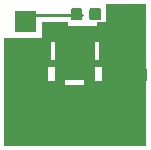
<source format=gbr>
G04 #@! TF.GenerationSoftware,KiCad,Pcbnew,(5.1.5-0-10_14)*
G04 #@! TF.CreationDate,2021-08-12T20:57:37-06:00*
G04 #@! TF.ProjectId,bias_T_launch,62696173-5f54-45f6-9c61-756e63682e6b,rev?*
G04 #@! TF.SameCoordinates,Original*
G04 #@! TF.FileFunction,Soldermask,Top*
G04 #@! TF.FilePolarity,Negative*
%FSLAX46Y46*%
G04 Gerber Fmt 4.6, Leading zero omitted, Abs format (unit mm)*
G04 Created by KiCad (PCBNEW (5.1.5-0-10_14)) date 2021-08-12 20:57:37*
%MOMM*%
%LPD*%
G04 APERTURE LIST*
%ADD10C,0.150000*%
%ADD11C,0.254000*%
%ADD12C,0.100000*%
G04 APERTURE END LIST*
D10*
X200000Y5100000D02*
X-100000Y5100000D01*
D11*
X-3400000Y5100000D02*
X600000Y5100000D01*
D12*
G36*
X-863600Y-1333500D02*
G01*
X-1676400Y-1333500D01*
X-1676400Y-444500D01*
X-863600Y-444500D01*
X-863600Y-1333500D01*
G37*
G36*
X1676400Y-1333500D02*
G01*
X762000Y-1352550D01*
X762000Y-425450D01*
X1676400Y-444500D01*
X1676400Y-1333500D01*
G37*
G36*
X2819400Y3403600D02*
G01*
X1854200Y3403600D01*
X1854200Y4495800D01*
X2819400Y4495800D01*
X2819400Y3403600D01*
G37*
G36*
X2692400Y2787650D02*
G01*
X1676400Y2800350D01*
X1676400Y4146550D01*
X2692400Y4133850D01*
X2692400Y2787650D01*
G37*
G36*
X2832100Y4495800D02*
G01*
X2819400Y1295400D01*
X2032000Y1295400D01*
X2044700Y4495800D01*
X2832100Y4495800D01*
G37*
G36*
X2819400Y685800D02*
G01*
X1676400Y685800D01*
X1676400Y1295400D01*
X2819400Y1295400D01*
X2819400Y685800D01*
G37*
G36*
X2819400Y762000D02*
G01*
X2819400Y-609600D01*
X2286000Y-609600D01*
X2286000Y762000D01*
X2819400Y762000D01*
G37*
G36*
X-571500Y4521200D02*
G01*
X-596900Y2794000D01*
X-2044700Y2794000D01*
X-2019300Y4521200D01*
X-571500Y4521200D01*
G37*
G36*
X-2019300Y4495800D02*
G01*
X-2032000Y1295400D01*
X-2794000Y1295400D01*
X-2794000Y4495800D01*
X-2019300Y4495800D01*
G37*
G36*
X-1676400Y685800D02*
G01*
X-2794000Y685800D01*
X-2794000Y1301750D01*
X-1676400Y1289050D01*
X-1676400Y685800D01*
G37*
G36*
X-2286000Y762000D02*
G01*
X-2286000Y-635000D01*
X-2794000Y-635000D01*
X-2794000Y762000D01*
X-2286000Y762000D01*
G37*
G36*
X1193800Y-1524000D02*
G01*
X-1143000Y-1524000D01*
X-1143000Y-838200D01*
X1193800Y-838200D01*
X1193800Y-1524000D01*
G37*
G36*
X-863600Y-1524000D02*
G01*
X-2794000Y-1511300D01*
X-2794000Y-527050D01*
X-863600Y-539750D01*
X-863600Y-1524000D01*
G37*
G36*
X2819400Y-1498600D02*
G01*
X762000Y-1498600D01*
X762000Y-508000D01*
X2819400Y-508000D01*
X2819400Y-1498600D01*
G37*
G36*
X1676400Y-457200D02*
G01*
X-1676400Y-457200D01*
X-1676400Y4140200D01*
X1676400Y4140200D01*
X1676400Y-457200D01*
G37*
G36*
X6000000Y569699D02*
G01*
X6002402Y545313D01*
X6009515Y521864D01*
X6021066Y500253D01*
X6036611Y481311D01*
X6044700Y474673D01*
X6044700Y-474673D01*
X6036611Y-481311D01*
X6021066Y-500253D01*
X6009515Y-521864D01*
X6002402Y-545313D01*
X6000000Y-569699D01*
X6000000Y-6000000D01*
X-6000000Y-6000000D01*
X-6000000Y-734799D01*
X-6002402Y-710413D01*
X-6009515Y-686964D01*
X-6009800Y-686431D01*
X-6009800Y686431D01*
X-6009515Y686964D01*
X-6002402Y710413D01*
X-6000000Y734799D01*
X-6000000Y3100000D01*
X-2500000Y3100000D01*
X-2500000Y-1175001D01*
X-2497598Y-1199387D01*
X-2490485Y-1222836D01*
X-2478934Y-1244447D01*
X-2463389Y-1263389D01*
X-2444447Y-1278934D01*
X-2422836Y-1290485D01*
X-2399387Y-1297598D01*
X-2375001Y-1300000D01*
X2475001Y-1300000D01*
X2499387Y-1297598D01*
X2522836Y-1290485D01*
X2544447Y-1278934D01*
X2563389Y-1263389D01*
X2578934Y-1244447D01*
X2590485Y-1222836D01*
X2597598Y-1199387D01*
X2600000Y-1175001D01*
X2600000Y6000000D01*
X6000000Y6000000D01*
X6000000Y569699D01*
G37*
G36*
X-3299000Y3599000D02*
G01*
X-5101000Y3599000D01*
X-5101000Y5401000D01*
X-3299000Y5401000D01*
X-3299000Y3599000D01*
G37*
G36*
X2029591Y5671915D02*
G01*
X2063569Y5661607D01*
X2094890Y5644866D01*
X2122339Y5622339D01*
X2144866Y5594890D01*
X2161607Y5563569D01*
X2171915Y5529591D01*
X2176000Y5488110D01*
X2176000Y4811890D01*
X2171915Y4770409D01*
X2161607Y4736431D01*
X2144866Y4705110D01*
X2122339Y4677661D01*
X2094890Y4655134D01*
X2063569Y4638393D01*
X2029591Y4628085D01*
X1988110Y4624000D01*
X1386890Y4624000D01*
X1345409Y4628085D01*
X1311431Y4638393D01*
X1280110Y4655134D01*
X1252661Y4677661D01*
X1230134Y4705110D01*
X1213393Y4736431D01*
X1203085Y4770409D01*
X1199000Y4811890D01*
X1199000Y5488110D01*
X1203085Y5529591D01*
X1213393Y5563569D01*
X1230134Y5594890D01*
X1252661Y5622339D01*
X1280110Y5644866D01*
X1311431Y5661607D01*
X1345409Y5671915D01*
X1386890Y5676000D01*
X1988110Y5676000D01*
X2029591Y5671915D01*
G37*
G36*
X454591Y5671915D02*
G01*
X488569Y5661607D01*
X519890Y5644866D01*
X547339Y5622339D01*
X569866Y5594890D01*
X586607Y5563569D01*
X596915Y5529591D01*
X601000Y5488110D01*
X601000Y4811890D01*
X596915Y4770409D01*
X586607Y4736431D01*
X569866Y4705110D01*
X547339Y4677661D01*
X519890Y4655134D01*
X488569Y4638393D01*
X454591Y4628085D01*
X413110Y4624000D01*
X-188110Y4624000D01*
X-229591Y4628085D01*
X-263569Y4638393D01*
X-294890Y4655134D01*
X-322339Y4677661D01*
X-344866Y4705110D01*
X-361607Y4736431D01*
X-371915Y4770409D01*
X-376000Y4811890D01*
X-376000Y5488110D01*
X-371915Y5529591D01*
X-361607Y5563569D01*
X-344866Y5594890D01*
X-322339Y5622339D01*
X-294890Y5644866D01*
X-263569Y5661607D01*
X-229591Y5671915D01*
X-188110Y5676000D01*
X413110Y5676000D01*
X454591Y5671915D01*
G37*
M02*

</source>
